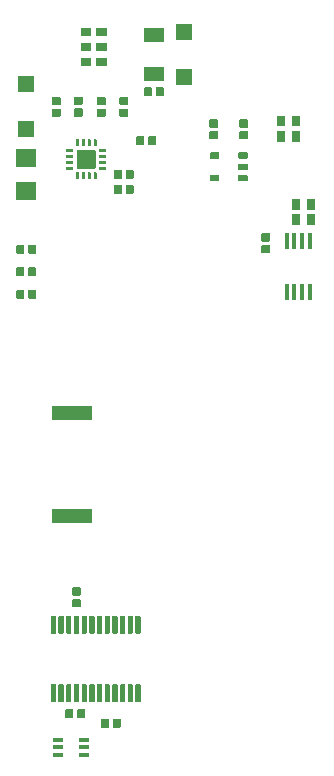
<source format=gbr>
G04 #@! TF.GenerationSoftware,KiCad,Pcbnew,5.1.8+dfsg1-1~bpo10+1*
G04 #@! TF.CreationDate,2021-01-02T21:10:29+01:00*
G04 #@! TF.ProjectId,easyhive,65617379-6869-4766-952e-6b696361645f,rev?*
G04 #@! TF.SameCoordinates,Original*
G04 #@! TF.FileFunction,Paste,Bot*
G04 #@! TF.FilePolarity,Positive*
%FSLAX46Y46*%
G04 Gerber Fmt 4.6, Leading zero omitted, Abs format (unit mm)*
G04 Created by KiCad (PCBNEW 5.1.8+dfsg1-1~bpo10+1) date 2021-01-02 21:10:29*
%MOMM*%
%LPD*%
G01*
G04 APERTURE LIST*
%ADD10R,3.400000X1.300000*%
%ADD11R,1.800000X1.200000*%
%ADD12R,0.900000X0.400000*%
%ADD13R,0.400000X1.350000*%
%ADD14R,1.800000X1.600000*%
%ADD15R,1.400000X1.400000*%
G04 APERTURE END LIST*
G36*
G01*
X158005000Y-90140000D02*
X158005000Y-90700000D01*
G75*
G02*
X157935000Y-90770000I-70000J0D01*
G01*
X157325000Y-90770000D01*
G75*
G02*
X157255000Y-90700000I0J70000D01*
G01*
X157255000Y-90140000D01*
G75*
G02*
X157325000Y-90070000I70000J0D01*
G01*
X157935000Y-90070000D01*
G75*
G02*
X158005000Y-90140000I0J-70000D01*
G01*
G37*
G36*
G01*
X158005000Y-89140000D02*
X158005000Y-89700000D01*
G75*
G02*
X157935000Y-89770000I-70000J0D01*
G01*
X157325000Y-89770000D01*
G75*
G02*
X157255000Y-89700000I0J70000D01*
G01*
X157255000Y-89140000D01*
G75*
G02*
X157325000Y-89070000I70000J0D01*
G01*
X157935000Y-89070000D01*
G75*
G02*
X158005000Y-89140000I0J-70000D01*
G01*
G37*
G36*
G01*
X137571100Y-91963600D02*
X138131100Y-91963600D01*
G75*
G02*
X138201100Y-92033600I0J-70000D01*
G01*
X138201100Y-92643600D01*
G75*
G02*
X138131100Y-92713600I-70000J0D01*
G01*
X137571100Y-92713600D01*
G75*
G02*
X137501100Y-92643600I0J70000D01*
G01*
X137501100Y-92033600D01*
G75*
G02*
X137571100Y-91963600I70000J0D01*
G01*
G37*
G36*
G01*
X136571100Y-91963600D02*
X137131100Y-91963600D01*
G75*
G02*
X137201100Y-92033600I0J-70000D01*
G01*
X137201100Y-92643600D01*
G75*
G02*
X137131100Y-92713600I-70000J0D01*
G01*
X136571100Y-92713600D01*
G75*
G02*
X136501100Y-92643600I0J70000D01*
G01*
X136501100Y-92033600D01*
G75*
G02*
X136571100Y-91963600I70000J0D01*
G01*
G37*
G36*
G01*
X137131100Y-94618600D02*
X136571100Y-94618600D01*
G75*
G02*
X136501100Y-94548600I0J70000D01*
G01*
X136501100Y-93938600D01*
G75*
G02*
X136571100Y-93868600I70000J0D01*
G01*
X137131100Y-93868600D01*
G75*
G02*
X137201100Y-93938600I0J-70000D01*
G01*
X137201100Y-94548600D01*
G75*
G02*
X137131100Y-94618600I-70000J0D01*
G01*
G37*
G36*
G01*
X138131100Y-94618600D02*
X137571100Y-94618600D01*
G75*
G02*
X137501100Y-94548600I0J70000D01*
G01*
X137501100Y-93938600D01*
G75*
G02*
X137571100Y-93868600I70000J0D01*
G01*
X138131100Y-93868600D01*
G75*
G02*
X138201100Y-93938600I0J-70000D01*
G01*
X138201100Y-94548600D01*
G75*
G02*
X138131100Y-94618600I-70000J0D01*
G01*
G37*
G36*
G01*
X147291100Y-81601100D02*
X146731100Y-81601100D01*
G75*
G02*
X146661100Y-81531100I0J70000D01*
G01*
X146661100Y-80921100D01*
G75*
G02*
X146731100Y-80851100I70000J0D01*
G01*
X147291100Y-80851100D01*
G75*
G02*
X147361100Y-80921100I0J-70000D01*
G01*
X147361100Y-81531100D01*
G75*
G02*
X147291100Y-81601100I-70000J0D01*
G01*
G37*
G36*
G01*
X148291100Y-81601100D02*
X147731100Y-81601100D01*
G75*
G02*
X147661100Y-81531100I0J70000D01*
G01*
X147661100Y-80921100D01*
G75*
G02*
X147731100Y-80851100I70000J0D01*
G01*
X148291100Y-80851100D01*
G75*
G02*
X148361100Y-80921100I0J-70000D01*
G01*
X148361100Y-81531100D01*
G75*
G02*
X148291100Y-81601100I-70000J0D01*
G01*
G37*
G36*
G01*
X145981100Y-78588600D02*
X145981100Y-79148600D01*
G75*
G02*
X145911100Y-79218600I-70000J0D01*
G01*
X145301100Y-79218600D01*
G75*
G02*
X145231100Y-79148600I0J70000D01*
G01*
X145231100Y-78588600D01*
G75*
G02*
X145301100Y-78518600I70000J0D01*
G01*
X145911100Y-78518600D01*
G75*
G02*
X145981100Y-78588600I0J-70000D01*
G01*
G37*
G36*
G01*
X145981100Y-77588600D02*
X145981100Y-78148600D01*
G75*
G02*
X145911100Y-78218600I-70000J0D01*
G01*
X145301100Y-78218600D01*
G75*
G02*
X145231100Y-78148600I0J70000D01*
G01*
X145231100Y-77588600D01*
G75*
G02*
X145301100Y-77518600I70000J0D01*
G01*
X145911100Y-77518600D01*
G75*
G02*
X145981100Y-77588600I0J-70000D01*
G01*
G37*
G36*
G01*
X140266100Y-78588600D02*
X140266100Y-79148600D01*
G75*
G02*
X140196100Y-79218600I-70000J0D01*
G01*
X139586100Y-79218600D01*
G75*
G02*
X139516100Y-79148600I0J70000D01*
G01*
X139516100Y-78588600D01*
G75*
G02*
X139586100Y-78518600I70000J0D01*
G01*
X140196100Y-78518600D01*
G75*
G02*
X140266100Y-78588600I0J-70000D01*
G01*
G37*
G36*
G01*
X140266100Y-77588600D02*
X140266100Y-78148600D01*
G75*
G02*
X140196100Y-78218600I-70000J0D01*
G01*
X139586100Y-78218600D01*
G75*
G02*
X139516100Y-78148600I0J70000D01*
G01*
X139516100Y-77588600D01*
G75*
G02*
X139586100Y-77518600I70000J0D01*
G01*
X140196100Y-77518600D01*
G75*
G02*
X140266100Y-77588600I0J-70000D01*
G01*
G37*
G36*
G01*
X144076100Y-78588600D02*
X144076100Y-79148600D01*
G75*
G02*
X144006100Y-79218600I-70000J0D01*
G01*
X143396100Y-79218600D01*
G75*
G02*
X143326100Y-79148600I0J70000D01*
G01*
X143326100Y-78588600D01*
G75*
G02*
X143396100Y-78518600I70000J0D01*
G01*
X144006100Y-78518600D01*
G75*
G02*
X144076100Y-78588600I0J-70000D01*
G01*
G37*
G36*
G01*
X144076100Y-77588600D02*
X144076100Y-78148600D01*
G75*
G02*
X144006100Y-78218600I-70000J0D01*
G01*
X143396100Y-78218600D01*
G75*
G02*
X143326100Y-78148600I0J70000D01*
G01*
X143326100Y-77588600D01*
G75*
G02*
X143396100Y-77518600I70000J0D01*
G01*
X144006100Y-77518600D01*
G75*
G02*
X144076100Y-77588600I0J-70000D01*
G01*
G37*
D10*
X141200000Y-113025000D03*
X141200000Y-104325000D03*
D11*
X148146100Y-75573600D03*
X148146100Y-72273600D03*
D12*
X142240000Y-133253000D03*
X142240000Y-132603000D03*
X142240000Y-131953000D03*
X140040000Y-133253000D03*
X140040000Y-132603000D03*
X140040000Y-131953000D03*
G36*
G01*
X155364850Y-82223600D02*
X156027350Y-82223600D01*
G75*
G02*
X156096100Y-82292350I0J-68750D01*
G01*
X156096100Y-82704850D01*
G75*
G02*
X156027350Y-82773600I-68750J0D01*
G01*
X155364850Y-82773600D01*
G75*
G02*
X155296100Y-82704850I0J68750D01*
G01*
X155296100Y-82292350D01*
G75*
G02*
X155364850Y-82223600I68750J0D01*
G01*
G37*
G36*
G01*
X155364850Y-84123600D02*
X156027350Y-84123600D01*
G75*
G02*
X156096100Y-84192350I0J-68750D01*
G01*
X156096100Y-84604850D01*
G75*
G02*
X156027350Y-84673600I-68750J0D01*
G01*
X155364850Y-84673600D01*
G75*
G02*
X155296100Y-84604850I0J68750D01*
G01*
X155296100Y-84192350D01*
G75*
G02*
X155364850Y-84123600I68750J0D01*
G01*
G37*
G36*
G01*
X152964850Y-82223600D02*
X153627350Y-82223600D01*
G75*
G02*
X153696100Y-82292350I0J-68750D01*
G01*
X153696100Y-82704850D01*
G75*
G02*
X153627350Y-82773600I-68750J0D01*
G01*
X152964850Y-82773600D01*
G75*
G02*
X152896100Y-82704850I0J68750D01*
G01*
X152896100Y-82292350D01*
G75*
G02*
X152964850Y-82223600I68750J0D01*
G01*
G37*
G36*
G01*
X155364850Y-83173600D02*
X156027350Y-83173600D01*
G75*
G02*
X156096100Y-83242350I0J-68750D01*
G01*
X156096100Y-83654850D01*
G75*
G02*
X156027350Y-83723600I-68750J0D01*
G01*
X155364850Y-83723600D01*
G75*
G02*
X155296100Y-83654850I0J68750D01*
G01*
X155296100Y-83242350D01*
G75*
G02*
X155364850Y-83173600I68750J0D01*
G01*
G37*
G36*
G01*
X152964850Y-84123600D02*
X153627350Y-84123600D01*
G75*
G02*
X153696100Y-84192350I0J-68750D01*
G01*
X153696100Y-84604850D01*
G75*
G02*
X153627350Y-84673600I-68750J0D01*
G01*
X152964850Y-84673600D01*
G75*
G02*
X152896100Y-84604850I0J68750D01*
G01*
X152896100Y-84192350D01*
G75*
G02*
X152964850Y-84123600I68750J0D01*
G01*
G37*
D13*
X159400000Y-89700000D03*
X160050000Y-89700000D03*
X160700000Y-89700000D03*
X161350000Y-89700000D03*
X161350000Y-94000000D03*
X160700000Y-94000000D03*
X160050000Y-94000000D03*
X159400000Y-94000000D03*
G36*
G01*
X139880000Y-121522250D02*
X139880000Y-122909750D01*
G75*
G02*
X139823750Y-122966000I-56250J0D01*
G01*
X139486250Y-122966000D01*
G75*
G02*
X139430000Y-122909750I0J56250D01*
G01*
X139430000Y-121522250D01*
G75*
G02*
X139486250Y-121466000I56250J0D01*
G01*
X139823750Y-121466000D01*
G75*
G02*
X139880000Y-121522250I0J-56250D01*
G01*
G37*
G36*
G01*
X140530000Y-121522250D02*
X140530000Y-122909750D01*
G75*
G02*
X140473750Y-122966000I-56250J0D01*
G01*
X140136250Y-122966000D01*
G75*
G02*
X140080000Y-122909750I0J56250D01*
G01*
X140080000Y-121522250D01*
G75*
G02*
X140136250Y-121466000I56250J0D01*
G01*
X140473750Y-121466000D01*
G75*
G02*
X140530000Y-121522250I0J-56250D01*
G01*
G37*
G36*
G01*
X141180000Y-121522250D02*
X141180000Y-122909750D01*
G75*
G02*
X141123750Y-122966000I-56250J0D01*
G01*
X140786250Y-122966000D01*
G75*
G02*
X140730000Y-122909750I0J56250D01*
G01*
X140730000Y-121522250D01*
G75*
G02*
X140786250Y-121466000I56250J0D01*
G01*
X141123750Y-121466000D01*
G75*
G02*
X141180000Y-121522250I0J-56250D01*
G01*
G37*
G36*
G01*
X141830000Y-121522250D02*
X141830000Y-122909750D01*
G75*
G02*
X141773750Y-122966000I-56250J0D01*
G01*
X141436250Y-122966000D01*
G75*
G02*
X141380000Y-122909750I0J56250D01*
G01*
X141380000Y-121522250D01*
G75*
G02*
X141436250Y-121466000I56250J0D01*
G01*
X141773750Y-121466000D01*
G75*
G02*
X141830000Y-121522250I0J-56250D01*
G01*
G37*
G36*
G01*
X142480000Y-121522250D02*
X142480000Y-122909750D01*
G75*
G02*
X142423750Y-122966000I-56250J0D01*
G01*
X142086250Y-122966000D01*
G75*
G02*
X142030000Y-122909750I0J56250D01*
G01*
X142030000Y-121522250D01*
G75*
G02*
X142086250Y-121466000I56250J0D01*
G01*
X142423750Y-121466000D01*
G75*
G02*
X142480000Y-121522250I0J-56250D01*
G01*
G37*
G36*
G01*
X143130000Y-121522250D02*
X143130000Y-122909750D01*
G75*
G02*
X143073750Y-122966000I-56250J0D01*
G01*
X142736250Y-122966000D01*
G75*
G02*
X142680000Y-122909750I0J56250D01*
G01*
X142680000Y-121522250D01*
G75*
G02*
X142736250Y-121466000I56250J0D01*
G01*
X143073750Y-121466000D01*
G75*
G02*
X143130000Y-121522250I0J-56250D01*
G01*
G37*
G36*
G01*
X143780000Y-121522250D02*
X143780000Y-122909750D01*
G75*
G02*
X143723750Y-122966000I-56250J0D01*
G01*
X143386250Y-122966000D01*
G75*
G02*
X143330000Y-122909750I0J56250D01*
G01*
X143330000Y-121522250D01*
G75*
G02*
X143386250Y-121466000I56250J0D01*
G01*
X143723750Y-121466000D01*
G75*
G02*
X143780000Y-121522250I0J-56250D01*
G01*
G37*
G36*
G01*
X144430000Y-121522250D02*
X144430000Y-122909750D01*
G75*
G02*
X144373750Y-122966000I-56250J0D01*
G01*
X144036250Y-122966000D01*
G75*
G02*
X143980000Y-122909750I0J56250D01*
G01*
X143980000Y-121522250D01*
G75*
G02*
X144036250Y-121466000I56250J0D01*
G01*
X144373750Y-121466000D01*
G75*
G02*
X144430000Y-121522250I0J-56250D01*
G01*
G37*
G36*
G01*
X145080000Y-121522250D02*
X145080000Y-122909750D01*
G75*
G02*
X145023750Y-122966000I-56250J0D01*
G01*
X144686250Y-122966000D01*
G75*
G02*
X144630000Y-122909750I0J56250D01*
G01*
X144630000Y-121522250D01*
G75*
G02*
X144686250Y-121466000I56250J0D01*
G01*
X145023750Y-121466000D01*
G75*
G02*
X145080000Y-121522250I0J-56250D01*
G01*
G37*
G36*
G01*
X145730000Y-121522250D02*
X145730000Y-122909750D01*
G75*
G02*
X145673750Y-122966000I-56250J0D01*
G01*
X145336250Y-122966000D01*
G75*
G02*
X145280000Y-122909750I0J56250D01*
G01*
X145280000Y-121522250D01*
G75*
G02*
X145336250Y-121466000I56250J0D01*
G01*
X145673750Y-121466000D01*
G75*
G02*
X145730000Y-121522250I0J-56250D01*
G01*
G37*
G36*
G01*
X146380000Y-121522250D02*
X146380000Y-122909750D01*
G75*
G02*
X146323750Y-122966000I-56250J0D01*
G01*
X145986250Y-122966000D01*
G75*
G02*
X145930000Y-122909750I0J56250D01*
G01*
X145930000Y-121522250D01*
G75*
G02*
X145986250Y-121466000I56250J0D01*
G01*
X146323750Y-121466000D01*
G75*
G02*
X146380000Y-121522250I0J-56250D01*
G01*
G37*
G36*
G01*
X147030000Y-121522250D02*
X147030000Y-122909750D01*
G75*
G02*
X146973750Y-122966000I-56250J0D01*
G01*
X146636250Y-122966000D01*
G75*
G02*
X146580000Y-122909750I0J56250D01*
G01*
X146580000Y-121522250D01*
G75*
G02*
X146636250Y-121466000I56250J0D01*
G01*
X146973750Y-121466000D01*
G75*
G02*
X147030000Y-121522250I0J-56250D01*
G01*
G37*
G36*
G01*
X139880000Y-127322250D02*
X139880000Y-128709750D01*
G75*
G02*
X139823750Y-128766000I-56250J0D01*
G01*
X139486250Y-128766000D01*
G75*
G02*
X139430000Y-128709750I0J56250D01*
G01*
X139430000Y-127322250D01*
G75*
G02*
X139486250Y-127266000I56250J0D01*
G01*
X139823750Y-127266000D01*
G75*
G02*
X139880000Y-127322250I0J-56250D01*
G01*
G37*
G36*
G01*
X140530000Y-127322250D02*
X140530000Y-128709750D01*
G75*
G02*
X140473750Y-128766000I-56250J0D01*
G01*
X140136250Y-128766000D01*
G75*
G02*
X140080000Y-128709750I0J56250D01*
G01*
X140080000Y-127322250D01*
G75*
G02*
X140136250Y-127266000I56250J0D01*
G01*
X140473750Y-127266000D01*
G75*
G02*
X140530000Y-127322250I0J-56250D01*
G01*
G37*
G36*
G01*
X141180000Y-127322250D02*
X141180000Y-128709750D01*
G75*
G02*
X141123750Y-128766000I-56250J0D01*
G01*
X140786250Y-128766000D01*
G75*
G02*
X140730000Y-128709750I0J56250D01*
G01*
X140730000Y-127322250D01*
G75*
G02*
X140786250Y-127266000I56250J0D01*
G01*
X141123750Y-127266000D01*
G75*
G02*
X141180000Y-127322250I0J-56250D01*
G01*
G37*
G36*
G01*
X141830000Y-127322250D02*
X141830000Y-128709750D01*
G75*
G02*
X141773750Y-128766000I-56250J0D01*
G01*
X141436250Y-128766000D01*
G75*
G02*
X141380000Y-128709750I0J56250D01*
G01*
X141380000Y-127322250D01*
G75*
G02*
X141436250Y-127266000I56250J0D01*
G01*
X141773750Y-127266000D01*
G75*
G02*
X141830000Y-127322250I0J-56250D01*
G01*
G37*
G36*
G01*
X142480000Y-127322250D02*
X142480000Y-128709750D01*
G75*
G02*
X142423750Y-128766000I-56250J0D01*
G01*
X142086250Y-128766000D01*
G75*
G02*
X142030000Y-128709750I0J56250D01*
G01*
X142030000Y-127322250D01*
G75*
G02*
X142086250Y-127266000I56250J0D01*
G01*
X142423750Y-127266000D01*
G75*
G02*
X142480000Y-127322250I0J-56250D01*
G01*
G37*
G36*
G01*
X143130000Y-127322250D02*
X143130000Y-128709750D01*
G75*
G02*
X143073750Y-128766000I-56250J0D01*
G01*
X142736250Y-128766000D01*
G75*
G02*
X142680000Y-128709750I0J56250D01*
G01*
X142680000Y-127322250D01*
G75*
G02*
X142736250Y-127266000I56250J0D01*
G01*
X143073750Y-127266000D01*
G75*
G02*
X143130000Y-127322250I0J-56250D01*
G01*
G37*
G36*
G01*
X143780000Y-127322250D02*
X143780000Y-128709750D01*
G75*
G02*
X143723750Y-128766000I-56250J0D01*
G01*
X143386250Y-128766000D01*
G75*
G02*
X143330000Y-128709750I0J56250D01*
G01*
X143330000Y-127322250D01*
G75*
G02*
X143386250Y-127266000I56250J0D01*
G01*
X143723750Y-127266000D01*
G75*
G02*
X143780000Y-127322250I0J-56250D01*
G01*
G37*
G36*
G01*
X144430000Y-127322250D02*
X144430000Y-128709750D01*
G75*
G02*
X144373750Y-128766000I-56250J0D01*
G01*
X144036250Y-128766000D01*
G75*
G02*
X143980000Y-128709750I0J56250D01*
G01*
X143980000Y-127322250D01*
G75*
G02*
X144036250Y-127266000I56250J0D01*
G01*
X144373750Y-127266000D01*
G75*
G02*
X144430000Y-127322250I0J-56250D01*
G01*
G37*
G36*
G01*
X145080000Y-127322250D02*
X145080000Y-128709750D01*
G75*
G02*
X145023750Y-128766000I-56250J0D01*
G01*
X144686250Y-128766000D01*
G75*
G02*
X144630000Y-128709750I0J56250D01*
G01*
X144630000Y-127322250D01*
G75*
G02*
X144686250Y-127266000I56250J0D01*
G01*
X145023750Y-127266000D01*
G75*
G02*
X145080000Y-127322250I0J-56250D01*
G01*
G37*
G36*
G01*
X145730000Y-127322250D02*
X145730000Y-128709750D01*
G75*
G02*
X145673750Y-128766000I-56250J0D01*
G01*
X145336250Y-128766000D01*
G75*
G02*
X145280000Y-128709750I0J56250D01*
G01*
X145280000Y-127322250D01*
G75*
G02*
X145336250Y-127266000I56250J0D01*
G01*
X145673750Y-127266000D01*
G75*
G02*
X145730000Y-127322250I0J-56250D01*
G01*
G37*
G36*
G01*
X146380000Y-127322250D02*
X146380000Y-128709750D01*
G75*
G02*
X146323750Y-128766000I-56250J0D01*
G01*
X145986250Y-128766000D01*
G75*
G02*
X145930000Y-128709750I0J56250D01*
G01*
X145930000Y-127322250D01*
G75*
G02*
X145986250Y-127266000I56250J0D01*
G01*
X146323750Y-127266000D01*
G75*
G02*
X146380000Y-127322250I0J-56250D01*
G01*
G37*
G36*
G01*
X147030000Y-127322250D02*
X147030000Y-128709750D01*
G75*
G02*
X146973750Y-128766000I-56250J0D01*
G01*
X146636250Y-128766000D01*
G75*
G02*
X146580000Y-128709750I0J56250D01*
G01*
X146580000Y-127322250D01*
G75*
G02*
X146636250Y-127266000I56250J0D01*
G01*
X146973750Y-127266000D01*
G75*
G02*
X147030000Y-127322250I0J-56250D01*
G01*
G37*
G36*
G01*
X144131100Y-82469850D02*
X144131100Y-82657350D01*
G75*
G02*
X144099850Y-82688600I-31250J0D01*
G01*
X143562350Y-82688600D01*
G75*
G02*
X143531100Y-82657350I0J31250D01*
G01*
X143531100Y-82469850D01*
G75*
G02*
X143562350Y-82438600I31250J0D01*
G01*
X144099850Y-82438600D01*
G75*
G02*
X144131100Y-82469850I0J-31250D01*
G01*
G37*
G36*
G01*
X144131100Y-81969850D02*
X144131100Y-82157350D01*
G75*
G02*
X144099850Y-82188600I-31250J0D01*
G01*
X143562350Y-82188600D01*
G75*
G02*
X143531100Y-82157350I0J31250D01*
G01*
X143531100Y-81969850D01*
G75*
G02*
X143562350Y-81938600I31250J0D01*
G01*
X144099850Y-81938600D01*
G75*
G02*
X144131100Y-81969850I0J-31250D01*
G01*
G37*
G36*
G01*
X144131100Y-82969850D02*
X144131100Y-83157350D01*
G75*
G02*
X144099850Y-83188600I-31250J0D01*
G01*
X143562350Y-83188600D01*
G75*
G02*
X143531100Y-83157350I0J31250D01*
G01*
X143531100Y-82969850D01*
G75*
G02*
X143562350Y-82938600I31250J0D01*
G01*
X144099850Y-82938600D01*
G75*
G02*
X144131100Y-82969850I0J-31250D01*
G01*
G37*
G36*
G01*
X144131100Y-83469850D02*
X144131100Y-83657350D01*
G75*
G02*
X144099850Y-83688600I-31250J0D01*
G01*
X143562350Y-83688600D01*
G75*
G02*
X143531100Y-83657350I0J31250D01*
G01*
X143531100Y-83469850D01*
G75*
G02*
X143562350Y-83438600I31250J0D01*
G01*
X144099850Y-83438600D01*
G75*
G02*
X144131100Y-83469850I0J-31250D01*
G01*
G37*
G36*
G01*
X143274850Y-84513600D02*
X143087350Y-84513600D01*
G75*
G02*
X143056100Y-84482350I0J31250D01*
G01*
X143056100Y-83944850D01*
G75*
G02*
X143087350Y-83913600I31250J0D01*
G01*
X143274850Y-83913600D01*
G75*
G02*
X143306100Y-83944850I0J-31250D01*
G01*
X143306100Y-84482350D01*
G75*
G02*
X143274850Y-84513600I-31250J0D01*
G01*
G37*
G36*
G01*
X142774850Y-84513600D02*
X142587350Y-84513600D01*
G75*
G02*
X142556100Y-84482350I0J31250D01*
G01*
X142556100Y-83944850D01*
G75*
G02*
X142587350Y-83913600I31250J0D01*
G01*
X142774850Y-83913600D01*
G75*
G02*
X142806100Y-83944850I0J-31250D01*
G01*
X142806100Y-84482350D01*
G75*
G02*
X142774850Y-84513600I-31250J0D01*
G01*
G37*
G36*
G01*
X142274850Y-84513600D02*
X142087350Y-84513600D01*
G75*
G02*
X142056100Y-84482350I0J31250D01*
G01*
X142056100Y-83944850D01*
G75*
G02*
X142087350Y-83913600I31250J0D01*
G01*
X142274850Y-83913600D01*
G75*
G02*
X142306100Y-83944850I0J-31250D01*
G01*
X142306100Y-84482350D01*
G75*
G02*
X142274850Y-84513600I-31250J0D01*
G01*
G37*
G36*
G01*
X141774850Y-84513600D02*
X141587350Y-84513600D01*
G75*
G02*
X141556100Y-84482350I0J31250D01*
G01*
X141556100Y-83944850D01*
G75*
G02*
X141587350Y-83913600I31250J0D01*
G01*
X141774850Y-83913600D01*
G75*
G02*
X141806100Y-83944850I0J-31250D01*
G01*
X141806100Y-84482350D01*
G75*
G02*
X141774850Y-84513600I-31250J0D01*
G01*
G37*
G36*
G01*
X140731100Y-83657350D02*
X140731100Y-83469850D01*
G75*
G02*
X140762350Y-83438600I31250J0D01*
G01*
X141299850Y-83438600D01*
G75*
G02*
X141331100Y-83469850I0J-31250D01*
G01*
X141331100Y-83657350D01*
G75*
G02*
X141299850Y-83688600I-31250J0D01*
G01*
X140762350Y-83688600D01*
G75*
G02*
X140731100Y-83657350I0J31250D01*
G01*
G37*
G36*
G01*
X140731100Y-83157350D02*
X140731100Y-82969850D01*
G75*
G02*
X140762350Y-82938600I31250J0D01*
G01*
X141299850Y-82938600D01*
G75*
G02*
X141331100Y-82969850I0J-31250D01*
G01*
X141331100Y-83157350D01*
G75*
G02*
X141299850Y-83188600I-31250J0D01*
G01*
X140762350Y-83188600D01*
G75*
G02*
X140731100Y-83157350I0J31250D01*
G01*
G37*
G36*
G01*
X140731100Y-82657350D02*
X140731100Y-82469850D01*
G75*
G02*
X140762350Y-82438600I31250J0D01*
G01*
X141299850Y-82438600D01*
G75*
G02*
X141331100Y-82469850I0J-31250D01*
G01*
X141331100Y-82657350D01*
G75*
G02*
X141299850Y-82688600I-31250J0D01*
G01*
X140762350Y-82688600D01*
G75*
G02*
X140731100Y-82657350I0J31250D01*
G01*
G37*
G36*
G01*
X140731100Y-82157350D02*
X140731100Y-81969850D01*
G75*
G02*
X140762350Y-81938600I31250J0D01*
G01*
X141299850Y-81938600D01*
G75*
G02*
X141331100Y-81969850I0J-31250D01*
G01*
X141331100Y-82157350D01*
G75*
G02*
X141299850Y-82188600I-31250J0D01*
G01*
X140762350Y-82188600D01*
G75*
G02*
X140731100Y-82157350I0J31250D01*
G01*
G37*
G36*
G01*
X141587350Y-81113600D02*
X141774850Y-81113600D01*
G75*
G02*
X141806100Y-81144850I0J-31250D01*
G01*
X141806100Y-81682350D01*
G75*
G02*
X141774850Y-81713600I-31250J0D01*
G01*
X141587350Y-81713600D01*
G75*
G02*
X141556100Y-81682350I0J31250D01*
G01*
X141556100Y-81144850D01*
G75*
G02*
X141587350Y-81113600I31250J0D01*
G01*
G37*
G36*
G01*
X142087350Y-81113600D02*
X142274850Y-81113600D01*
G75*
G02*
X142306100Y-81144850I0J-31250D01*
G01*
X142306100Y-81682350D01*
G75*
G02*
X142274850Y-81713600I-31250J0D01*
G01*
X142087350Y-81713600D01*
G75*
G02*
X142056100Y-81682350I0J31250D01*
G01*
X142056100Y-81144850D01*
G75*
G02*
X142087350Y-81113600I31250J0D01*
G01*
G37*
G36*
G01*
X142587350Y-81113600D02*
X142774850Y-81113600D01*
G75*
G02*
X142806100Y-81144850I0J-31250D01*
G01*
X142806100Y-81682350D01*
G75*
G02*
X142774850Y-81713600I-31250J0D01*
G01*
X142587350Y-81713600D01*
G75*
G02*
X142556100Y-81682350I0J31250D01*
G01*
X142556100Y-81144850D01*
G75*
G02*
X142587350Y-81113600I31250J0D01*
G01*
G37*
G36*
G01*
X143087350Y-81113600D02*
X143274850Y-81113600D01*
G75*
G02*
X143306100Y-81144850I0J-31250D01*
G01*
X143306100Y-81682350D01*
G75*
G02*
X143274850Y-81713600I-31250J0D01*
G01*
X143087350Y-81713600D01*
G75*
G02*
X143056100Y-81682350I0J31250D01*
G01*
X143056100Y-81144850D01*
G75*
G02*
X143087350Y-81113600I31250J0D01*
G01*
G37*
G36*
G01*
X143231100Y-82093600D02*
X143231100Y-83533600D01*
G75*
G02*
X143151100Y-83613600I-80000J0D01*
G01*
X141711100Y-83613600D01*
G75*
G02*
X141631100Y-83533600I0J80000D01*
G01*
X141631100Y-82093600D01*
G75*
G02*
X141711100Y-82013600I80000J0D01*
G01*
X143151100Y-82013600D01*
G75*
G02*
X143231100Y-82093600I0J-80000D01*
G01*
G37*
D14*
X137351100Y-85483600D03*
X137351100Y-82683600D03*
G36*
G01*
X161796100Y-87058600D02*
X161166100Y-87058600D01*
G75*
G02*
X161131100Y-87023600I0J35000D01*
G01*
X161131100Y-86193600D01*
G75*
G02*
X161166100Y-86158600I35000J0D01*
G01*
X161796100Y-86158600D01*
G75*
G02*
X161831100Y-86193600I0J-35000D01*
G01*
X161831100Y-87023600D01*
G75*
G02*
X161796100Y-87058600I-35000J0D01*
G01*
G37*
G36*
G01*
X161796100Y-88358600D02*
X161166100Y-88358600D01*
G75*
G02*
X161131100Y-88323600I0J35000D01*
G01*
X161131100Y-87493600D01*
G75*
G02*
X161166100Y-87458600I35000J0D01*
G01*
X161796100Y-87458600D01*
G75*
G02*
X161831100Y-87493600I0J-35000D01*
G01*
X161831100Y-88323600D01*
G75*
G02*
X161796100Y-88358600I-35000J0D01*
G01*
G37*
G36*
G01*
X160526100Y-87058600D02*
X159896100Y-87058600D01*
G75*
G02*
X159861100Y-87023600I0J35000D01*
G01*
X159861100Y-86193600D01*
G75*
G02*
X159896100Y-86158600I35000J0D01*
G01*
X160526100Y-86158600D01*
G75*
G02*
X160561100Y-86193600I0J-35000D01*
G01*
X160561100Y-87023600D01*
G75*
G02*
X160526100Y-87058600I-35000J0D01*
G01*
G37*
G36*
G01*
X160526100Y-88358600D02*
X159896100Y-88358600D01*
G75*
G02*
X159861100Y-88323600I0J35000D01*
G01*
X159861100Y-87493600D01*
G75*
G02*
X159896100Y-87458600I35000J0D01*
G01*
X160526100Y-87458600D01*
G75*
G02*
X160561100Y-87493600I0J-35000D01*
G01*
X160561100Y-88323600D01*
G75*
G02*
X160526100Y-88358600I-35000J0D01*
G01*
G37*
G36*
G01*
X159896100Y-80408600D02*
X160526100Y-80408600D01*
G75*
G02*
X160561100Y-80443600I0J-35000D01*
G01*
X160561100Y-81273600D01*
G75*
G02*
X160526100Y-81308600I-35000J0D01*
G01*
X159896100Y-81308600D01*
G75*
G02*
X159861100Y-81273600I0J35000D01*
G01*
X159861100Y-80443600D01*
G75*
G02*
X159896100Y-80408600I35000J0D01*
G01*
G37*
G36*
G01*
X159896100Y-79108600D02*
X160526100Y-79108600D01*
G75*
G02*
X160561100Y-79143600I0J-35000D01*
G01*
X160561100Y-79973600D01*
G75*
G02*
X160526100Y-80008600I-35000J0D01*
G01*
X159896100Y-80008600D01*
G75*
G02*
X159861100Y-79973600I0J35000D01*
G01*
X159861100Y-79143600D01*
G75*
G02*
X159896100Y-79108600I35000J0D01*
G01*
G37*
G36*
G01*
X158626100Y-80408600D02*
X159256100Y-80408600D01*
G75*
G02*
X159291100Y-80443600I0J-35000D01*
G01*
X159291100Y-81273600D01*
G75*
G02*
X159256100Y-81308600I-35000J0D01*
G01*
X158626100Y-81308600D01*
G75*
G02*
X158591100Y-81273600I0J35000D01*
G01*
X158591100Y-80443600D01*
G75*
G02*
X158626100Y-80408600I35000J0D01*
G01*
G37*
G36*
G01*
X158626100Y-79108600D02*
X159256100Y-79108600D01*
G75*
G02*
X159291100Y-79143600I0J-35000D01*
G01*
X159291100Y-79973600D01*
G75*
G02*
X159256100Y-80008600I-35000J0D01*
G01*
X158626100Y-80008600D01*
G75*
G02*
X158591100Y-79973600I0J35000D01*
G01*
X158591100Y-79143600D01*
G75*
G02*
X158626100Y-79108600I35000J0D01*
G01*
G37*
G36*
G01*
X143266100Y-72333600D02*
X143266100Y-71703600D01*
G75*
G02*
X143301100Y-71668600I35000J0D01*
G01*
X144131100Y-71668600D01*
G75*
G02*
X144166100Y-71703600I0J-35000D01*
G01*
X144166100Y-72333600D01*
G75*
G02*
X144131100Y-72368600I-35000J0D01*
G01*
X143301100Y-72368600D01*
G75*
G02*
X143266100Y-72333600I0J35000D01*
G01*
G37*
G36*
G01*
X141966100Y-72333600D02*
X141966100Y-71703600D01*
G75*
G02*
X142001100Y-71668600I35000J0D01*
G01*
X142831100Y-71668600D01*
G75*
G02*
X142866100Y-71703600I0J-35000D01*
G01*
X142866100Y-72333600D01*
G75*
G02*
X142831100Y-72368600I-35000J0D01*
G01*
X142001100Y-72368600D01*
G75*
G02*
X141966100Y-72333600I0J35000D01*
G01*
G37*
G36*
G01*
X143266100Y-73603600D02*
X143266100Y-72973600D01*
G75*
G02*
X143301100Y-72938600I35000J0D01*
G01*
X144131100Y-72938600D01*
G75*
G02*
X144166100Y-72973600I0J-35000D01*
G01*
X144166100Y-73603600D01*
G75*
G02*
X144131100Y-73638600I-35000J0D01*
G01*
X143301100Y-73638600D01*
G75*
G02*
X143266100Y-73603600I0J35000D01*
G01*
G37*
G36*
G01*
X141966100Y-73603600D02*
X141966100Y-72973600D01*
G75*
G02*
X142001100Y-72938600I35000J0D01*
G01*
X142831100Y-72938600D01*
G75*
G02*
X142866100Y-72973600I0J-35000D01*
G01*
X142866100Y-73603600D01*
G75*
G02*
X142831100Y-73638600I-35000J0D01*
G01*
X142001100Y-73638600D01*
G75*
G02*
X141966100Y-73603600I0J35000D01*
G01*
G37*
G36*
G01*
X143266100Y-74873600D02*
X143266100Y-74243600D01*
G75*
G02*
X143301100Y-74208600I35000J0D01*
G01*
X144131100Y-74208600D01*
G75*
G02*
X144166100Y-74243600I0J-35000D01*
G01*
X144166100Y-74873600D01*
G75*
G02*
X144131100Y-74908600I-35000J0D01*
G01*
X143301100Y-74908600D01*
G75*
G02*
X143266100Y-74873600I0J35000D01*
G01*
G37*
G36*
G01*
X141966100Y-74873600D02*
X141966100Y-74243600D01*
G75*
G02*
X142001100Y-74208600I35000J0D01*
G01*
X142831100Y-74208600D01*
G75*
G02*
X142866100Y-74243600I0J-35000D01*
G01*
X142866100Y-74873600D01*
G75*
G02*
X142831100Y-74908600I-35000J0D01*
G01*
X142001100Y-74908600D01*
G75*
G02*
X141966100Y-74873600I0J35000D01*
G01*
G37*
D15*
X150686100Y-72023600D03*
X150686100Y-75823600D03*
X137351100Y-80268600D03*
X137351100Y-76468600D03*
G36*
G01*
X144298000Y-130931000D02*
X143738000Y-130931000D01*
G75*
G02*
X143668000Y-130861000I0J70000D01*
G01*
X143668000Y-130251000D01*
G75*
G02*
X143738000Y-130181000I70000J0D01*
G01*
X144298000Y-130181000D01*
G75*
G02*
X144368000Y-130251000I0J-70000D01*
G01*
X144368000Y-130861000D01*
G75*
G02*
X144298000Y-130931000I-70000J0D01*
G01*
G37*
G36*
G01*
X145298000Y-130931000D02*
X144738000Y-130931000D01*
G75*
G02*
X144668000Y-130861000I0J70000D01*
G01*
X144668000Y-130251000D01*
G75*
G02*
X144738000Y-130181000I70000J0D01*
G01*
X145298000Y-130181000D01*
G75*
G02*
X145368000Y-130251000I0J-70000D01*
G01*
X145368000Y-130861000D01*
G75*
G02*
X145298000Y-130931000I-70000J0D01*
G01*
G37*
G36*
G01*
X137131100Y-90808600D02*
X136571100Y-90808600D01*
G75*
G02*
X136501100Y-90738600I0J70000D01*
G01*
X136501100Y-90128600D01*
G75*
G02*
X136571100Y-90058600I70000J0D01*
G01*
X137131100Y-90058600D01*
G75*
G02*
X137201100Y-90128600I0J-70000D01*
G01*
X137201100Y-90738600D01*
G75*
G02*
X137131100Y-90808600I-70000J0D01*
G01*
G37*
G36*
G01*
X138131100Y-90808600D02*
X137571100Y-90808600D01*
G75*
G02*
X137501100Y-90738600I0J70000D01*
G01*
X137501100Y-90128600D01*
G75*
G02*
X137571100Y-90058600I70000J0D01*
G01*
X138131100Y-90058600D01*
G75*
G02*
X138201100Y-90128600I0J-70000D01*
G01*
X138201100Y-90738600D01*
G75*
G02*
X138131100Y-90808600I-70000J0D01*
G01*
G37*
G36*
G01*
X148366100Y-76723600D02*
X148926100Y-76723600D01*
G75*
G02*
X148996100Y-76793600I0J-70000D01*
G01*
X148996100Y-77403600D01*
G75*
G02*
X148926100Y-77473600I-70000J0D01*
G01*
X148366100Y-77473600D01*
G75*
G02*
X148296100Y-77403600I0J70000D01*
G01*
X148296100Y-76793600D01*
G75*
G02*
X148366100Y-76723600I70000J0D01*
G01*
G37*
G36*
G01*
X147366100Y-76723600D02*
X147926100Y-76723600D01*
G75*
G02*
X147996100Y-76793600I0J-70000D01*
G01*
X147996100Y-77403600D01*
G75*
G02*
X147926100Y-77473600I-70000J0D01*
G01*
X147366100Y-77473600D01*
G75*
G02*
X147296100Y-77403600I0J70000D01*
G01*
X147296100Y-76793600D01*
G75*
G02*
X147366100Y-76723600I70000J0D01*
G01*
G37*
G36*
G01*
X152851100Y-80053600D02*
X152851100Y-79493600D01*
G75*
G02*
X152921100Y-79423600I70000J0D01*
G01*
X153531100Y-79423600D01*
G75*
G02*
X153601100Y-79493600I0J-70000D01*
G01*
X153601100Y-80053600D01*
G75*
G02*
X153531100Y-80123600I-70000J0D01*
G01*
X152921100Y-80123600D01*
G75*
G02*
X152851100Y-80053600I0J70000D01*
G01*
G37*
G36*
G01*
X152851100Y-81053600D02*
X152851100Y-80493600D01*
G75*
G02*
X152921100Y-80423600I70000J0D01*
G01*
X153531100Y-80423600D01*
G75*
G02*
X153601100Y-80493600I0J-70000D01*
G01*
X153601100Y-81053600D01*
G75*
G02*
X153531100Y-81123600I-70000J0D01*
G01*
X152921100Y-81123600D01*
G75*
G02*
X152851100Y-81053600I0J70000D01*
G01*
G37*
G36*
G01*
X155391100Y-80053600D02*
X155391100Y-79493600D01*
G75*
G02*
X155461100Y-79423600I70000J0D01*
G01*
X156071100Y-79423600D01*
G75*
G02*
X156141100Y-79493600I0J-70000D01*
G01*
X156141100Y-80053600D01*
G75*
G02*
X156071100Y-80123600I-70000J0D01*
G01*
X155461100Y-80123600D01*
G75*
G02*
X155391100Y-80053600I0J70000D01*
G01*
G37*
G36*
G01*
X155391100Y-81053600D02*
X155391100Y-80493600D01*
G75*
G02*
X155461100Y-80423600I70000J0D01*
G01*
X156071100Y-80423600D01*
G75*
G02*
X156141100Y-80493600I0J-70000D01*
G01*
X156141100Y-81053600D01*
G75*
G02*
X156071100Y-81123600I-70000J0D01*
G01*
X155461100Y-81123600D01*
G75*
G02*
X155391100Y-81053600I0J70000D01*
G01*
G37*
G36*
G01*
X141230000Y-119676000D02*
X141230000Y-119116000D01*
G75*
G02*
X141300000Y-119046000I70000J0D01*
G01*
X141910000Y-119046000D01*
G75*
G02*
X141980000Y-119116000I0J-70000D01*
G01*
X141980000Y-119676000D01*
G75*
G02*
X141910000Y-119746000I-70000J0D01*
G01*
X141300000Y-119746000D01*
G75*
G02*
X141230000Y-119676000I0J70000D01*
G01*
G37*
G36*
G01*
X141230000Y-120676000D02*
X141230000Y-120116000D01*
G75*
G02*
X141300000Y-120046000I70000J0D01*
G01*
X141910000Y-120046000D01*
G75*
G02*
X141980000Y-120116000I0J-70000D01*
G01*
X141980000Y-120676000D01*
G75*
G02*
X141910000Y-120746000I-70000J0D01*
G01*
X141300000Y-120746000D01*
G75*
G02*
X141230000Y-120676000I0J70000D01*
G01*
G37*
G36*
G01*
X141275400Y-130118200D02*
X140715400Y-130118200D01*
G75*
G02*
X140645400Y-130048200I0J70000D01*
G01*
X140645400Y-129438200D01*
G75*
G02*
X140715400Y-129368200I70000J0D01*
G01*
X141275400Y-129368200D01*
G75*
G02*
X141345400Y-129438200I0J-70000D01*
G01*
X141345400Y-130048200D01*
G75*
G02*
X141275400Y-130118200I-70000J0D01*
G01*
G37*
G36*
G01*
X142275400Y-130118200D02*
X141715400Y-130118200D01*
G75*
G02*
X141645400Y-130048200I0J70000D01*
G01*
X141645400Y-129438200D01*
G75*
G02*
X141715400Y-129368200I70000J0D01*
G01*
X142275400Y-129368200D01*
G75*
G02*
X142345400Y-129438200I0J-70000D01*
G01*
X142345400Y-130048200D01*
G75*
G02*
X142275400Y-130118200I-70000J0D01*
G01*
G37*
G36*
G01*
X145826100Y-84978600D02*
X146386100Y-84978600D01*
G75*
G02*
X146456100Y-85048600I0J-70000D01*
G01*
X146456100Y-85658600D01*
G75*
G02*
X146386100Y-85728600I-70000J0D01*
G01*
X145826100Y-85728600D01*
G75*
G02*
X145756100Y-85658600I0J70000D01*
G01*
X145756100Y-85048600D01*
G75*
G02*
X145826100Y-84978600I70000J0D01*
G01*
G37*
G36*
G01*
X144826100Y-84978600D02*
X145386100Y-84978600D01*
G75*
G02*
X145456100Y-85048600I0J-70000D01*
G01*
X145456100Y-85658600D01*
G75*
G02*
X145386100Y-85728600I-70000J0D01*
G01*
X144826100Y-85728600D01*
G75*
G02*
X144756100Y-85658600I0J70000D01*
G01*
X144756100Y-85048600D01*
G75*
G02*
X144826100Y-84978600I70000J0D01*
G01*
G37*
G36*
G01*
X145826100Y-83708600D02*
X146386100Y-83708600D01*
G75*
G02*
X146456100Y-83778600I0J-70000D01*
G01*
X146456100Y-84388600D01*
G75*
G02*
X146386100Y-84458600I-70000J0D01*
G01*
X145826100Y-84458600D01*
G75*
G02*
X145756100Y-84388600I0J70000D01*
G01*
X145756100Y-83778600D01*
G75*
G02*
X145826100Y-83708600I70000J0D01*
G01*
G37*
G36*
G01*
X144826100Y-83708600D02*
X145386100Y-83708600D01*
G75*
G02*
X145456100Y-83778600I0J-70000D01*
G01*
X145456100Y-84388600D01*
G75*
G02*
X145386100Y-84458600I-70000J0D01*
G01*
X144826100Y-84458600D01*
G75*
G02*
X144756100Y-84388600I0J70000D01*
G01*
X144756100Y-83778600D01*
G75*
G02*
X144826100Y-83708600I70000J0D01*
G01*
G37*
G36*
G01*
X141375000Y-78130000D02*
X141375000Y-77570000D01*
G75*
G02*
X141445000Y-77500000I70000J0D01*
G01*
X142055000Y-77500000D01*
G75*
G02*
X142125000Y-77570000I0J-70000D01*
G01*
X142125000Y-78130000D01*
G75*
G02*
X142055000Y-78200000I-70000J0D01*
G01*
X141445000Y-78200000D01*
G75*
G02*
X141375000Y-78130000I0J70000D01*
G01*
G37*
G36*
G01*
X141375000Y-79130000D02*
X141375000Y-78570000D01*
G75*
G02*
X141445000Y-78500000I70000J0D01*
G01*
X142055000Y-78500000D01*
G75*
G02*
X142125000Y-78570000I0J-70000D01*
G01*
X142125000Y-79130000D01*
G75*
G02*
X142055000Y-79200000I-70000J0D01*
G01*
X141445000Y-79200000D01*
G75*
G02*
X141375000Y-79130000I0J70000D01*
G01*
G37*
M02*

</source>
